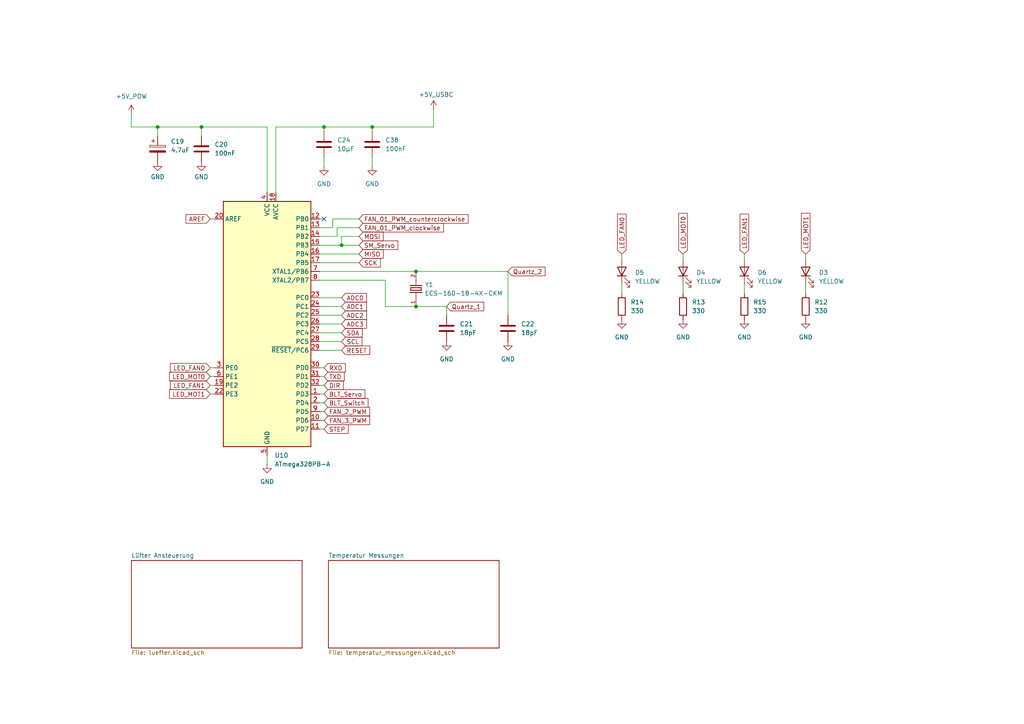
<source format=kicad_sch>
(kicad_sch (version 20231120) (generator "eeschema") (generator_version "8.0")
  (paper "A4")
  (lib_symbols
    (symbol "Device:C" (pin_numbers hide) (pin_names (offset 0.254))
      (property "Reference" "C" (at 0.635 2.54 0))
      (property "Value" "C" (at 0.635 -2.54 0))
      (symbol "C_0_1"
        (polyline (pts (xy -2.032 -0.762) (xy 2.032 -0.762)) (stroke (width 0.508)))
        (polyline (pts (xy -2.032 0.762) (xy 2.032 0.762)) (stroke (width 0.508)))
      )
      (symbol "C_1_1"
        (pin passive line (at 0 3.81 270) (length 2.794) (name "~") (number "1"))
        (pin passive line (at 0 -3.81 90) (length 2.794) (name "~") (number "2"))
      )
    )
    (symbol "Device:C_Polarized" (pin_numbers hide) (pin_names (offset 0.254))
      (property "Reference" "C" (at 0.635 2.54 0))
      (property "Value" "C_Polarized" (at 0.635 -2.54 0))
      (symbol "C_Polarized_0_1"
        (rectangle (start -2.286 0.508) (end 2.286 1.016))
        (polyline (pts (xy -1.778 2.286) (xy -0.762 2.286)))
        (polyline (pts (xy -1.27 2.794) (xy -1.27 1.778)))
        (rectangle (start 2.286 -0.508) (end -2.286 -1.016) (fill (type outline)))
      )
      (symbol "C_Polarized_1_1"
        (pin passive line (at 0 3.81 270) (length 2.794) (name "~") (number "1"))
        (pin passive line (at 0 -3.81 90) (length 2.794) (name "~") (number "2"))
      )
    )
    (symbol "Device:LED" (pin_numbers hide) (pin_names (offset 1.016) hide)
      (property "Reference" "D" (at 0 2.54 0))
      (property "Value" "LED" (at 0 -2.54 0))
      (symbol "LED_0_1"
        (polyline (pts (xy -1.27 -1.27) (xy -1.27 1.27)) (stroke (width 0.254)))
        (polyline (pts (xy -1.27 0) (xy 1.27 0)))
        (polyline (pts (xy 1.27 -1.27) (xy 1.27 1.27) (xy -1.27 0) (xy 1.27 -1.27)) (stroke (width 0.254)))
        (polyline (pts (xy -3.048 -0.762) (xy -4.572 -2.286) (xy -3.81 -2.286) (xy -4.572 -2.286) (xy -4.572 -1.524)))
        (polyline (pts (xy -1.778 -0.762) (xy -3.302 -2.286) (xy -2.54 -2.286) (xy -3.302 -2.286) (xy -3.302 -1.524)))
      )
      (symbol "LED_1_1"
        (pin passive line (at -3.81 0 0) (length 2.54) (name "K") (number "1"))
        (pin passive line (at 3.81 0 180) (length 2.54) (name "A") (number "2"))
      )
    )
    (symbol "Device:R" (pin_numbers hide) (pin_names (offset 0))
      (property "Reference" "R" (at 2.032 0 90))
      (property "Value" "R" (at 0 0 90))
      (symbol "R_0_1"
        (rectangle (start -1.016 -2.54) (end 1.016 2.54) (stroke (width 0.254)))
      )
      (symbol "R_1_1"
        (pin passive line (at 0 3.81 270) (length 1.27) (name "~") (number "1"))
        (pin passive line (at 0 -3.81 90) (length 1.27) (name "~") (number "2"))
      )
    )
    (symbol "MCU_Microchip_ATmega:ATmega328PB-A"
      (property "Reference" "U" (at -12.7 36.83 0))
      (property "Value" "ATmega328PB-A" (at 2.54 -36.83 0))
      (symbol "ATmega328PB-A_0_1"
        (rectangle (start -12.7 -35.56) (end 12.7 35.56) (stroke (width 0.254)) (fill (type background)))
      )
      (symbol "ATmega328PB-A_1_1"
        (pin bidirectional line (at 15.24 -20.32 180) (length 2.54) (name "PD3") (number "1"))
        (pin bidirectional line (at 15.24 -27.94 180) (length 2.54) (name "PD6") (number "10"))
        (pin bidirectional line (at 15.24 -30.48 180) (length 2.54) (name "PD7") (number "11"))
        (pin bidirectional line (at 15.24 30.48 180) (length 2.54) (name "PB0") (number "12"))
        (pin bidirectional line (at 15.24 27.94 180) (length 2.54) (name "PB1") (number "13"))
        (pin bidirectional line (at 15.24 25.4 180) (length 2.54) (name "PB2") (number "14"))
        (pin bidirectional line (at 15.24 22.86 180) (length 2.54) (name "PB3") (number "15"))
        (pin bidirectional line (at 15.24 20.32 180) (length 2.54) (name "PB4") (number "16"))
        (pin bidirectional line (at 15.24 17.78 180) (length 2.54) (name "PB5") (number "17"))
        (pin power_in line (at 2.54 38.1 270) (length 2.54) (name "AVCC") (number "18"))
        (pin bidirectional line (at -15.24 -17.78 0) (length 2.54) (name "PE2") (number "19"))
        (pin bidirectional line (at 15.24 -22.86 180) (length 2.54) (name "PD4") (number "2"))
        (pin passive line (at -15.24 30.48 0) (length 2.54) (name "AREF") (number "20"))
        (pin passive line (at 0 -38.1 90) (length 2.54) hide (name "GND") (number "21"))
        (pin bidirectional line (at -15.24 -20.32 0) (length 2.54) (name "PE3") (number "22"))
        (pin bidirectional line (at 15.24 7.62 180) (length 2.54) (name "PC0") (number "23"))
        (pin bidirectional line (at 15.24 5.08 180) (length 2.54) (name "PC1") (number "24"))
        (pin bidirectional line (at 15.24 2.54 180) (length 2.54) (name "PC2") (number "25"))
        (pin bidirectional line (at 15.24 0 180) (length 2.54) (name "PC3") (number "26"))
        (pin bidirectional line (at 15.24 -2.54 180) (length 2.54) (name "PC4") (number "27"))
        (pin bidirectional line (at 15.24 -5.08 180) (length 2.54) (name "PC5") (number "28"))
        (pin bidirectional line (at 15.24 -7.62 180) (length 2.54) (name "~{RESET}/PC6") (number "29"))
        (pin bidirectional line (at -15.24 -12.7 0) (length 2.54) (name "PE0") (number "3"))
        (pin bidirectional line (at 15.24 -12.7 180) (length 2.54) (name "PD0") (number "30"))
        (pin bidirectional line (at 15.24 -15.24 180) (length 2.54) (name "PD1") (number "31"))
        (pin bidirectional line (at 15.24 -17.78 180) (length 2.54) (name "PD2") (number "32"))
        (pin power_in line (at 0 38.1 270) (length 2.54) (name "VCC") (number "4"))
        (pin power_in line (at 0 -38.1 90) (length 2.54) (name "GND") (number "5"))
        (pin bidirectional line (at -15.24 -15.24 0) (length 2.54) (name "PE1") (number "6"))
        (pin bidirectional line (at 15.24 15.24 180) (length 2.54) (name "XTAL1/PB6") (number "7"))
        (pin bidirectional line (at 15.24 12.7 180) (length 2.54) (name "XTAL2/PB7") (number "8"))
        (pin bidirectional line (at 15.24 -25.4 180) (length 2.54) (name "PD5") (number "9"))
      )
    )
    (symbol "New_Library:ECS-160-18-4X-CKM" (pin_names (offset 1.016))
      (property "Reference" "Y" (at -4.5769 2.2885 0))
      (property "Value" "ECS-160-18-4X-CKM" (at -9.906 -4.826 0))
      (symbol "ECS-160-18-4X-CKM_0_0"
        (polyline (pts (xy -2.54 0) (xy -1.016 0)) (stroke (width 0.1524)))
        (polyline (pts (xy -1.016 1.778) (xy -1.016 -1.778)) (stroke (width 0.254)))
        (polyline (pts (xy -0.381 -1.524) (xy 0.381 -1.524)) (stroke (width 0.254)))
        (polyline (pts (xy -0.381 1.524) (xy -0.381 -1.524)) (stroke (width 0.254)))
        (polyline (pts (xy 0.381 -1.524) (xy 0.381 1.524)) (stroke (width 0.254)))
        (polyline (pts (xy 0.381 1.524) (xy -0.381 1.524)) (stroke (width 0.254)))
        (polyline (pts (xy 1.016 0) (xy 2.54 0)) (stroke (width 0.1524)))
        (polyline (pts (xy 1.016 1.778) (xy 1.016 -1.778)) (stroke (width 0.254)))
        (pin passive line (at -5.08 0 0) (length 2.54) (name "~") (number "1"))
        (pin passive line (at 5.08 0 180) (length 2.54) (name "~") (number "2"))
      )
    )
    (symbol "power:+5C" (power) (pin_numbers hide) (pin_names (offset 0) hide)
      (property "Value" "+5C" (at 0 3.556 0))
      (symbol "+5C_0_1"
        (polyline (pts (xy -0.762 1.27) (xy 0 2.54)))
        (polyline (pts (xy 0 0) (xy 0 2.54)))
        (polyline (pts (xy 0 2.54) (xy 0.762 1.27)))
      )
      (symbol "+5C_1_1"
        (pin power_in line (at 0 0 90) (length 0) (name "~") (number "1"))
      )
    )
    (symbol "power:+5VP" (power) (pin_numbers hide) (pin_names (offset 0) hide)
      (property "Value" "+5VP" (at 0 3.556 0))
      (symbol "+5VP_0_1"
        (polyline (pts (xy -0.762 1.27) (xy 0 2.54)))
        (polyline (pts (xy 0 0) (xy 0 2.54)))
        (polyline (pts (xy 0 2.54) (xy 0.762 1.27)))
      )
      (symbol "+5VP_1_1"
        (pin power_in line (at 0 0 90) (length 0) (name "~") (number "1"))
      )
    )
    (symbol "power:GND" (power) (pin_numbers hide) (pin_names (offset 0) hide)
      (property "Value" "GND" (at 0 -3.81 0))
      (symbol "GND_0_1"
        (polyline (pts (xy 0 0) (xy 0 -1.27) (xy 1.27 -1.27) (xy 0 -2.54) (xy -1.27 -1.27) (xy 0 -1.27)))
      )
      (symbol "GND_1_1"
        (pin power_in line (at 0 0 270) (length 0) (name "~") (number "1"))
      )
    )
  )
  (junction (at 58.42 36.83))
  (junction (at 120.65 78.74))
  (junction (at 99.06 71.12))
  (junction (at 93.98 36.83))
  (junction (at 120.65 88.9))
  (junction (at 107.95 36.83))
  (junction (at 45.72 36.83))
  (no_connect (at 93.98 63.5))
  (wire (pts (xy 93.98 119.38) (xy 92.71 119.38)))
  (wire (pts (xy 215.9 82.55) (xy 215.9 85.09)))
  (wire (pts (xy 96.52 66.04) (xy 92.71 66.04)))
  (wire (pts (xy 92.71 73.66) (xy 104.14 73.66)))
  (wire (pts (xy 92.71 88.9) (xy 99.06 88.9)))
  (wire (pts (xy 58.42 36.83) (xy 77.47 36.83)))
  (wire (pts (xy 60.96 114.3) (xy 62.23 114.3)))
  (wire (pts (xy 93.98 114.3) (xy 92.71 114.3)))
  (wire (pts (xy 38.1 33.02) (xy 38.1 36.83)))
  (wire (pts (xy 93.98 121.92) (xy 92.71 121.92)))
  (wire (pts (xy 198.12 74.93) (xy 198.12 73.66)))
  (wire (pts (xy 93.98 116.84) (xy 92.71 116.84)))
  (wire (pts (xy 92.71 96.52) (xy 99.06 96.52)))
  (wire (pts (xy 233.68 74.93) (xy 233.68 73.66)))
  (wire (pts (xy 125.73 36.83) (xy 125.73 31.75)))
  (wire (pts (xy 93.98 106.68) (xy 92.71 106.68)))
  (wire (pts (xy 60.96 63.5) (xy 62.23 63.5)))
  (wire (pts (xy 93.98 36.83) (xy 80.01 36.83)))
  (wire (pts (xy 233.68 82.55) (xy 233.68 85.09)))
  (wire (pts (xy 92.71 81.28) (xy 111.76 81.28)))
  (wire (pts (xy 92.71 78.74) (xy 120.65 78.74)))
  (wire (pts (xy 129.54 91.44) (xy 129.54 88.9)))
  (wire (pts (xy 93.98 109.22) (xy 92.71 109.22)))
  (wire (pts (xy 125.73 36.83) (xy 107.95 36.83)))
  (wire (pts (xy 96.52 63.5) (xy 96.52 66.04)))
  (wire (pts (xy 147.32 91.44) (xy 147.32 78.74)))
  (wire (pts (xy 45.72 36.83) (xy 45.72 39.37)))
  (wire (pts (xy 147.32 78.74) (xy 120.65 78.74)))
  (wire (pts (xy 93.98 63.5) (xy 92.71 63.5)))
  (wire (pts (xy 60.96 106.68) (xy 62.23 106.68)))
  (wire (pts (xy 96.52 63.5) (xy 104.14 63.5)))
  (wire (pts (xy 97.79 68.58) (xy 92.71 68.58)))
  (wire (pts (xy 129.54 88.9) (xy 120.65 88.9)))
  (wire (pts (xy 77.47 132.08) (xy 77.47 134.62)))
  (wire (pts (xy 93.98 38.1) (xy 93.98 36.83)))
  (wire (pts (xy 97.79 66.04) (xy 104.14 66.04)))
  (wire (pts (xy 111.76 81.28) (xy 111.76 88.9)))
  (wire (pts (xy 180.34 82.55) (xy 180.34 85.09)))
  (wire (pts (xy 80.01 36.83) (xy 80.01 55.88)))
  (wire (pts (xy 198.12 82.55) (xy 198.12 85.09)))
  (wire (pts (xy 58.42 36.83) (xy 58.42 39.37)))
  (wire (pts (xy 60.96 111.76) (xy 62.23 111.76)))
  (wire (pts (xy 111.76 88.9) (xy 120.65 88.9)))
  (wire (pts (xy 107.95 45.72) (xy 107.95 48.26)))
  (wire (pts (xy 92.71 93.98) (xy 99.06 93.98)))
  (wire (pts (xy 92.71 86.36) (xy 99.06 86.36)))
  (wire (pts (xy 92.71 91.44) (xy 99.06 91.44)))
  (wire (pts (xy 99.06 68.58) (xy 99.06 71.12)))
  (wire (pts (xy 45.72 36.83) (xy 58.42 36.83)))
  (wire (pts (xy 215.9 74.93) (xy 215.9 73.66)))
  (wire (pts (xy 93.98 111.76) (xy 92.71 111.76)))
  (wire (pts (xy 180.34 74.93) (xy 180.34 73.66)))
  (wire (pts (xy 60.96 109.22) (xy 62.23 109.22)))
  (wire (pts (xy 92.71 76.2) (xy 104.14 76.2)))
  (wire (pts (xy 77.47 36.83) (xy 77.47 55.88)))
  (wire (pts (xy 104.14 68.58) (xy 99.06 68.58)))
  (wire (pts (xy 92.71 101.6) (xy 99.06 101.6)))
  (wire (pts (xy 99.06 71.12) (xy 104.14 71.12)))
  (wire (pts (xy 97.79 66.04) (xy 97.79 68.58)))
  (wire (pts (xy 107.95 38.1) (xy 107.95 36.83)))
  (wire (pts (xy 93.98 124.46) (xy 92.71 124.46)))
  (wire (pts (xy 92.71 99.06) (xy 99.06 99.06)))
  (wire (pts (xy 38.1 36.83) (xy 45.72 36.83)))
  (wire (pts (xy 92.71 71.12) (xy 99.06 71.12)))
  (wire (pts (xy 107.95 36.83) (xy 93.98 36.83)))
  (wire (pts (xy 93.98 45.72) (xy 93.98 48.26)))
  (global_label "RESET" (shape input) (at 99.06 101.6 0) (property "Intersheetrefs" "${INTERSHEET_REFS}" (effects (hide yes))))
  (global_label "LED_FAN1" (shape input) (at 60.96 111.76 180) (property "Intersheetrefs" "${INTERSHEET_REFS}" (effects (hide yes))))
  (global_label "FAN_01_PWM_counterclockwise" (shape input) (at 104.14 63.5 0) (property "Intersheetrefs" "${INTERSHEET_REFS}" (effects (hide yes))))
  (global_label "LED_MOT0" (shape input) (at 60.96 109.22 180) (property "Intersheetrefs" "${INTERSHEET_REFS}" (effects (hide yes))))
  (global_label "LED_MOT1" (shape input) (at 233.68 73.66 90) (property "Intersheetrefs" "${INTERSHEET_REFS}" (effects (hide yes))))
  (global_label "ADC1" (shape input) (at 99.06 88.9 0) (property "Intersheetrefs" "${INTERSHEET_REFS}" (effects (hide yes))))
  (global_label "BLT_Switch" (shape input) (at 93.98 116.84 0) (property "Intersheetrefs" "${INTERSHEET_REFS}" (effects (hide yes))))
  (global_label "MISO" (shape input) (at 104.14 73.66 0) (property "Intersheetrefs" "${INTERSHEET_REFS}" (effects (hide yes))))
  (global_label "FAN_3_PWM" (shape input) (at 93.98 121.92 0) (property "Intersheetrefs" "${INTERSHEET_REFS}" (effects (hide yes))))
  (global_label "LED_FAN1" (shape input) (at 215.9 73.66 90) (property "Intersheetrefs" "${INTERSHEET_REFS}" (effects (hide yes))))
  (global_label "LED_FAN0" (shape input) (at 180.34 73.66 90) (property "Intersheetrefs" "${INTERSHEET_REFS}" (effects (hide yes))))
  (global_label "ADC3" (shape input) (at 99.06 93.98 0) (property "Intersheetrefs" "${INTERSHEET_REFS}" (effects (hide yes))))
  (global_label "ADC2" (shape input) (at 99.06 91.44 0) (property "Intersheetrefs" "${INTERSHEET_REFS}" (effects (hide yes))))
  (global_label "LED_FAN0" (shape input) (at 60.96 106.68 180) (property "Intersheetrefs" "${INTERSHEET_REFS}" (effects (hide yes))))
  (global_label "SDA" (shape input) (at 99.06 96.52 0) (property "Intersheetrefs" "${INTERSHEET_REFS}" (effects (hide yes))))
  (global_label "MOSI" (shape input) (at 104.14 68.58 0) (property "Intersheetrefs" "${INTERSHEET_REFS}" (effects (hide yes))))
  (global_label "FAN_01_PWM_clockwise" (shape input) (at 104.14 66.04 0) (property "Intersheetrefs" "${INTERSHEET_REFS}" (effects (hide yes))))
  (global_label "RXD" (shape input) (at 93.98 106.68 0) (property "Intersheetrefs" "${INTERSHEET_REFS}" (effects (hide yes))))
  (global_label "LED_MOT0" (shape input) (at 198.12 73.66 90) (property "Intersheetrefs" "${INTERSHEET_REFS}" (effects (hide yes))))
  (global_label "AREF" (shape input) (at 60.96 63.5 180) (property "Intersheetrefs" "${INTERSHEET_REFS}" (effects (hide yes))))
  (global_label "ADC0" (shape input) (at 99.06 86.36 0) (property "Intersheetrefs" "${INTERSHEET_REFS}" (effects (hide yes))))
  (global_label "SCL" (shape input) (at 99.06 99.06 0) (property "Intersheetrefs" "${INTERSHEET_REFS}" (effects (hide yes))))
  (global_label "TXD" (shape input) (at 93.98 109.22 0) (property "Intersheetrefs" "${INTERSHEET_REFS}" (effects (hide yes))))
  (global_label "DIR" (shape input) (at 93.98 111.76 0) (property "Intersheetrefs" "${INTERSHEET_REFS}" (effects (hide yes))))
  (global_label "LED_MOT1" (shape input) (at 60.96 114.3 180) (property "Intersheetrefs" "${INTERSHEET_REFS}" (effects (hide yes))))
  (global_label "Quartz_1" (shape input) (at 129.54 88.9 0) (property "Intersheetrefs" "${INTERSHEET_REFS}" (effects (hide yes))))
  (global_label "SM_Servo" (shape input) (at 104.14 71.12 0) (property "Intersheetrefs" "${INTERSHEET_REFS}" (effects (hide yes))))
  (global_label "SCK" (shape input) (at 104.14 76.2 0) (property "Intersheetrefs" "${INTERSHEET_REFS}" (effects (hide yes))))
  (global_label "STEP" (shape input) (at 93.98 124.46 0) (property "Intersheetrefs" "${INTERSHEET_REFS}" (effects (hide yes))))
  (global_label "BLT_Servo" (shape input) (at 93.98 114.3 0) (property "Intersheetrefs" "${INTERSHEET_REFS}" (effects (hide yes))))
  (global_label "Quartz_2" (shape input) (at 147.32 78.74 0) (property "Intersheetrefs" "${INTERSHEET_REFS}" (effects (hide yes))))
  (global_label "FAN_2_PWM" (shape input) (at 93.98 119.38 0) (property "Intersheetrefs" "${INTERSHEET_REFS}" (effects (hide yes))))
  (symbol (lib_id "Device:R") (at 180.34 88.9 0) (unit 1)
    (property "Reference" "R14" (at 182.88 87.6299 0) (effects (justify left)))
    (property "Value" "330" (at 182.88 90.1699 0) (effects (justify left)))
    (property "Footprint" "Resistor_SMD:R_0603_1608Metric_Pad0.98x0.95mm_HandSolder" (effects (hide yes)))
    (property "Description" "Resistor" (effects (hide yes)))
  )
  (symbol (lib_id "power:+5C") (at 125.73 31.75 0) (unit 1)
    (property "Reference" "#PWR087" (effects (hide yes)))
    (property "Value" "+5V_USBC" (at 121.412 27.432 0) (effects (justify left)))
    (property "Description" "Power symbol creates a global label with name \"+5C\"" (effects (hide yes)))
  )
  (symbol (lib_id "Device:C_Polarized") (at 45.72 43.18 0) (unit 1)
    (property "Reference" "C19" (at 49.53 41.0209 0) (effects (justify left)))
    (property "Value" "4.7uF" (at 49.53 43.5609 0) (effects (justify left)))
    (property "Footprint" "Capacitor_SMD:C_0805_2012Metric_Pad1.18x1.45mm_HandSolder" (effects (hide yes)))
    (property "Description" "Polarized capacitor" (effects (hide yes)))
  )
  (symbol (lib_id "Device:R") (at 215.9 88.9 0) (unit 1)
    (property "Reference" "R15" (at 218.44 87.6299 0) (effects (justify left)))
    (property "Value" "330" (at 218.44 90.1699 0) (effects (justify left)))
    (property "Footprint" "Resistor_SMD:R_0603_1608Metric_Pad0.98x0.95mm_HandSolder" (effects (hide yes)))
    (property "Description" "Resistor" (effects (hide yes)))
  )
  (symbol (lib_id "Device:R") (at 233.68 88.9 0) (unit 1)
    (property "Reference" "R12" (at 236.22 87.6299 0) (effects (justify left)))
    (property "Value" "330" (at 236.22 90.1699 0) (effects (justify left)))
    (property "Footprint" "Resistor_SMD:R_0603_1608Metric_Pad0.98x0.95mm_HandSolder" (effects (hide yes)))
    (property "Description" "Resistor" (effects (hide yes)))
  )
  (symbol (lib_id "power:GND") (at 147.32 99.06 0) (unit 1)
    (property "Reference" "#PWR043" (effects (hide yes)))
    (property "Value" "GND" (at 147.32 104.14 0))
    (property "Description" "Power symbol creates a global label with name \"GND\" , ground" (effects (hide yes)))
  )
  (symbol (lib_id "power:GND") (at 129.54 99.06 0) (unit 1)
    (property "Reference" "#PWR042" (effects (hide yes)))
    (property "Value" "GND" (at 129.54 104.14 0))
    (property "Description" "Power symbol creates a global label with name \"GND\" , ground" (effects (hide yes)))
  )
  (symbol (lib_id "Device:C") (at 129.54 95.25 0) (unit 1)
    (property "Reference" "C21" (at 133.35 93.9799 0) (effects (justify left)))
    (property "Value" "18pF" (at 133.35 96.5199 0) (effects (justify left)))
    (property "Footprint" "Capacitor_SMD:C_0603_1608Metric_Pad1.08x0.95mm_HandSolder" (effects (hide yes)))
    (property "Description" "Unpolarized capacitor" (effects (hide yes)))
  )
  (symbol (lib_id "Device:C") (at 93.98 41.91 0) (unit 1)
    (property "Reference" "C24" (at 97.79 40.6399 0) (effects (justify left)))
    (property "Value" "10µF" (at 97.79 43.1799 0) (effects (justify left)))
    (property "Footprint" "Capacitor_SMD:C_0805_2012Metric_Pad1.18x1.45mm_HandSolder" (effects (hide yes)))
    (property "Description" "Unpolarized capacitor" (effects (hide yes)))
  )
  (symbol (lib_id "power:GND") (at 77.47 134.62 0) (unit 1)
    (property "Reference" "#PWR044" (effects (hide yes)))
    (property "Value" "GND" (at 77.47 139.7 0))
    (property "Description" "Power symbol creates a global label with name \"GND\" , ground" (effects (hide yes)))
  )
  (symbol (lib_id "power:GND") (at 93.98 48.26 0) (unit 1)
    (property "Reference" "#PWR0105" (effects (hide yes)))
    (property "Value" "GND" (at 93.98 53.34 0))
    (property "Description" "Power symbol creates a global label with name \"GND\" , ground" (effects (hide yes)))
  )
  (symbol (lib_id "Device:C") (at 107.95 41.91 0) (unit 1)
    (property "Reference" "C38" (at 111.76 40.6399 0) (effects (justify left)))
    (property "Value" "100nF" (at 111.76 43.1799 0) (effects (justify left)))
    (property "Footprint" "Capacitor_SMD:C_0603_1608Metric_Pad1.08x0.95mm_HandSolder" (effects (hide yes)))
    (property "Description" "Unpolarized capacitor" (effects (hide yes)))
  )
  (symbol (lib_id "Device:LED") (at 233.68 78.74 90) (unit 1)
    (property "Reference" "D3" (at 237.49 79.0574 90) (effects (justify right)))
    (property "Value" "YELLOW" (at 237.49 81.5974 90) (effects (justify right)))
    (property "Footprint" "LED_SMD:LED_0805_2012Metric" (effects (hide yes)))
    (property "Description" "Light emitting diode" (effects (hide yes)))
  )
  (symbol (lib_id "Device:R") (at 198.12 88.9 0) (unit 1)
    (property "Reference" "R13" (at 200.66 87.6299 0) (effects (justify left)))
    (property "Value" "330" (at 200.66 90.1699 0) (effects (justify left)))
    (property "Footprint" "Resistor_SMD:R_0603_1608Metric_Pad0.98x0.95mm_HandSolder" (effects (hide yes)))
    (property "Description" "Resistor" (effects (hide yes)))
  )
  (symbol (lib_id "Device:LED") (at 180.34 78.74 90) (unit 1)
    (property "Reference" "D5" (at 184.15 79.0574 90) (effects (justify right)))
    (property "Value" "YELLOW" (at 184.15 81.5974 90) (effects (justify right)))
    (property "Footprint" "LED_SMD:LED_0805_2012Metric" (effects (hide yes)))
    (property "Description" "Light emitting diode" (effects (hide yes)))
  )
  (symbol (lib_id "power:GND") (at 233.68 92.71 0) (unit 1)
    (property "Reference" "#PWR045" (effects (hide yes)))
    (property "Value" "GND" (at 233.68 97.79 0))
    (property "Description" "Power symbol creates a global label with name \"GND\" , ground" (effects (hide yes)))
  )
  (symbol (lib_id "New_Library:ECS-160-18-4X-CKM") (at 120.65 83.82 90) (unit 1)
    (property "Reference" "Y1" (at 123.19 82.5499 90) (effects (justify right)))
    (property "Value" "ECS-160-18-4X-CKM" (at 123.19 85.0899 90) (effects (justify right)))
    (property "Footprint" "Imported_Component_Footprints:XTAL_ECS-160-18-4X-CKM" (effects (hide yes)))
  )
  (symbol (lib_id "power:+5VP") (at 38.1 33.02 0) (unit 1)
    (property "Reference" "#PWR037" (effects (hide yes)))
    (property "Value" "+5V_POW" (at 38.1 27.94 0))
    (property "Description" "Power symbol creates a global label with name \"+5VP\"" (effects (hide yes)))
  )
  (symbol (lib_id "power:GND") (at 58.42 46.99 0) (unit 1)
    (property "Reference" "#PWR039" (effects (hide yes)))
    (property "Value" "GND" (at 58.42 51.308 0))
    (property "Description" "Power symbol creates a global label with name \"GND\" , ground" (effects (hide yes)))
  )
  (symbol (lib_id "power:GND") (at 180.34 92.71 0) (unit 1)
    (property "Reference" "#PWR053" (effects (hide yes)))
    (property "Value" "GND" (at 180.34 97.79 0))
    (property "Description" "Power symbol creates a global label with name \"GND\" , ground" (effects (hide yes)))
  )
  (symbol (lib_id "MCU_Microchip_ATmega:ATmega328PB-A") (at 77.47 93.98 0) (unit 1)
    (property "Reference" "U10" (at 79.6641 132.08 0) (effects (justify left)))
    (property "Value" "ATmega328PB-A" (at 79.6641 134.62 0) (effects (justify left)))
    (property "Footprint" "Package_QFP:TQFP-32_7x7mm_P0.8mm" (effects (hide yes)))
    (property "Datasheet" "http://ww1.microchip.com/downloads/en/DeviceDoc/40001906C.pdf" (effects (hide yes)))
    (property "Description" "20MHz, 32kB Flash, 2kB SRAM, 1kB EEPROM, TQFP-32" (effects (hide yes)))
  )
  (symbol (lib_id "power:GND") (at 45.72 46.99 0) (unit 1)
    (property "Reference" "#PWR038" (effects (hide yes)))
    (property "Value" "GND" (at 45.72 51.308 0))
    (property "Description" "Power symbol creates a global label with name \"GND\" , ground" (effects (hide yes)))
  )
  (symbol (lib_id "power:GND") (at 198.12 92.71 0) (unit 1)
    (property "Reference" "#PWR047" (effects (hide yes)))
    (property "Value" "GND" (at 198.12 97.79 0))
    (property "Description" "Power symbol creates a global label with name \"GND\" , ground" (effects (hide yes)))
  )
  (symbol (lib_id "power:GND") (at 107.95 48.26 0) (unit 1)
    (property "Reference" "#PWR0106" (effects (hide yes)))
    (property "Value" "GND" (at 107.95 53.34 0))
    (property "Description" "Power symbol creates a global label with name \"GND\" , ground" (effects (hide yes)))
  )
  (symbol (lib_id "power:GND") (at 215.9 92.71 0) (unit 1)
    (property "Reference" "#PWR048" (effects (hide yes)))
    (property "Value" "GND" (at 215.9 97.79 0))
    (property "Description" "Power symbol creates a global label with name \"GND\" , ground" (effects (hide yes)))
  )
  (symbol (lib_id "Device:C") (at 58.42 43.18 0) (unit 1)
    (property "Reference" "C20" (at 62.23 41.9099 0) (effects (justify left)))
    (property "Value" "100nF" (at 62.23 44.4499 0) (effects (justify left)))
    (property "Footprint" "Capacitor_SMD:C_0603_1608Metric_Pad1.08x0.95mm_HandSolder" (effects (hide yes)))
    (property "Description" "Unpolarized capacitor" (effects (hide yes)))
  )
  (symbol (lib_id "Device:LED") (at 198.12 78.74 90) (unit 1)
    (property "Reference" "D4" (at 201.93 79.0574 90) (effects (justify right)))
    (property "Value" "YELLOW" (at 201.93 81.5974 90) (effects (justify right)))
    (property "Footprint" "LED_SMD:LED_0805_2012Metric" (effects (hide yes)))
    (property "Description" "Light emitting diode" (effects (hide yes)))
  )
  (symbol (lib_id "Device:LED") (at 215.9 78.74 90) (unit 1)
    (property "Reference" "D6" (at 219.71 79.0574 90) (effects (justify right)))
    (property "Value" "YELLOW" (at 219.71 81.5974 90) (effects (justify right)))
    (property "Footprint" "LED_SMD:LED_0805_2012Metric" (effects (hide yes)))
    (property "Description" "Light emitting diode" (effects (hide yes)))
  )
  (symbol (lib_id "Device:C") (at 147.32 95.25 0) (unit 1)
    (property "Reference" "C22" (at 151.13 93.9799 0) (effects (justify left)))
    (property "Value" "18pF" (at 151.13 96.5199 0) (effects (justify left)))
    (property "Footprint" "Capacitor_SMD:C_0603_1608Metric_Pad1.08x0.95mm_HandSolder" (effects (hide yes)))
    (property "Description" "Unpolarized capacitor" (effects (hide yes)))
  )
  (sheet (at 95.25 162.56) (size 49.53 25.4) (stroke (width 0.1524))
    (property "Sheetname" "Temperatur Messungen" (at 95.25 161.8484 0) (effects (justify left bottom)))
    (property "Sheetfile" "temperatur_messungen.kicad_sch" (at 95.25 188.5446 0) (effects (justify left top)))
  )
  (sheet (at 38.1 162.56) (size 49.53 25.4) (stroke (width 0.1524))
    (property "Sheetname" "Lüfter Ansteuerung" (at 38.1 161.8484 0) (effects (justify left bottom)))
    (property "Sheetfile" "luefter.kicad_sch" (at 38.1 188.5446 0) (effects (justify left top)))
  )
)
</source>
